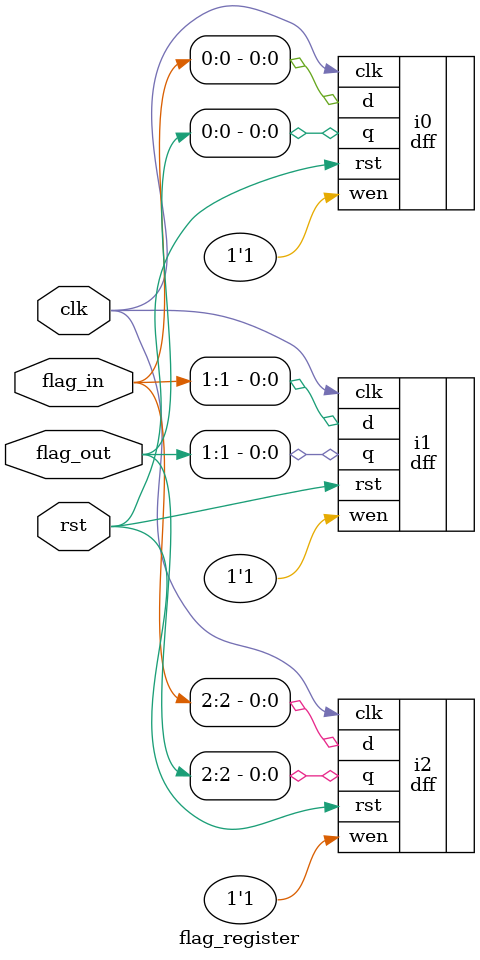
<source format=v>
module flag_register(clk, rst, flag_in, flag_out,);

input clk, rst;
inout [2:0] flag_in;
inout [2:0] flag_out;

// always write enable
dff i0(.q(flag_out[0]), .d(flag_in[0]), .wen(1'b1), .clk(clk), .rst(rst));
dff i1(.q(flag_out[1]), .d(flag_in[1]), .wen(1'b1), .clk(clk), .rst(rst));
dff i2(.q(flag_out[2]), .d(flag_in[2]), .wen(1'b1), .clk(clk), .rst(rst));

endmodule
</source>
